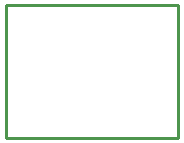
<source format=gbr>
G04*
G04 #@! TF.GenerationSoftware,Altium Limited,Altium Designer,19.1.6 (110)*
G04*
G04 Layer_Color=8388736*
%FSLAX25Y25*%
%MOIN*%
G70*
G01*
G75*
%ADD17C,0.01000*%
D17*
X665000Y115500D02*
X667500D01*
X665000Y160000D02*
X667500D01*
Y148897D02*
Y160000D01*
Y115586D02*
Y126689D01*
X610086Y115500D02*
X665000D01*
X610000Y157500D02*
Y160000D01*
X667500Y126689D02*
Y148897D01*
X610000Y115586D02*
Y157500D01*
Y160000D02*
X665000D01*
M02*

</source>
